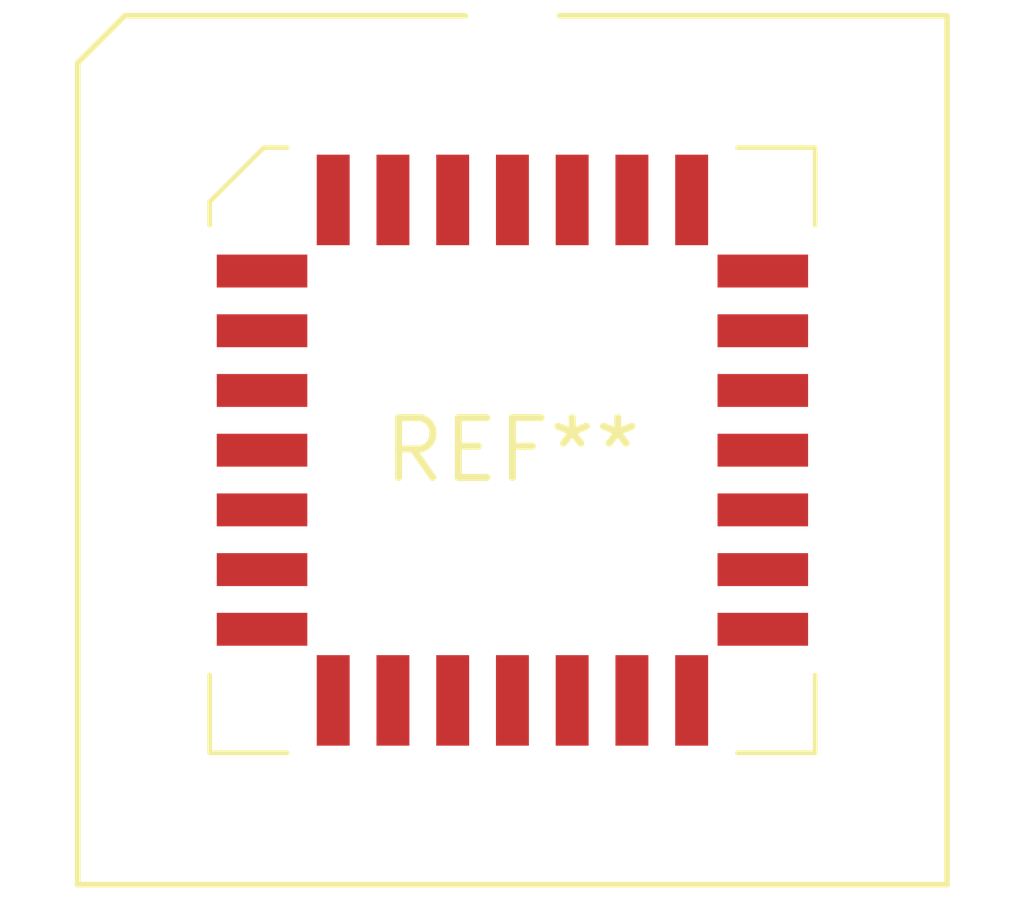
<source format=kicad_pcb>
(kicad_pcb (version 20240108) (generator pcbnew)
  (layers (0 "F.Cu" signal) (31 "B.Cu" signal) (34 "B.Paste" user) (35 "F.Paste" user) (36 "B.SilkS" user "B.Silkscreen") (37 "F.SilkS" user "F.Silkscreen") (38 "B.Mask" user) (39 "F.Mask" user) (44 "Edge.Cuts" user))
  (net 0 "")
  (footprint "PLCC-28_SMD-Socket" (layer "F.Cu") (at 0 0)
    (property "Reference" "REF**")
    (property "Value" "PLCC-28_SMD-Socket")
    (fp_line (start -9.24 -8.24) (end -9.24 9.24) (layer "F.SilkS") (stroke (width 0.12)))
    (fp_line (start -9.24 9.24) (end 9.24 9.24) (layer "F.SilkS") (stroke (width 0.12)))
    (fp_line (start -8.24 -9.24) (end -9.24 -8.24) (layer "F.SilkS") (stroke (width 0.12)))
    (fp_line (start -6.435 -5.285) (end -6.435 -4.785) (layer "F.SilkS") (stroke (width 0.1)))
    (fp_line (start -6.435 6.435) (end -6.435 4.785) (layer "F.SilkS") (stroke (width 0.1)))
    (fp_line (start -5.285 -6.435) (end -6.435 -5.285) (layer "F.SilkS") (stroke (width 0.1)))
    (fp_line (start -4.785 -6.435) (end -5.285 -6.435) (layer "F.SilkS") (stroke (width 0.1)))
    (fp_line (start -4.785 6.435) (end -6.435 6.435) (layer "F.SilkS") (stroke (width 0.1)))
    (fp_line (start -1 -9.24) (end -8.24 -9.24) (layer "F.SilkS") (stroke (width 0.12)))
    (fp_line (start 4.785 -6.435) (end 6.435 -6.435) (layer "F.SilkS") (stroke (width 0.1)))
    (fp_line (start 4.785 6.435) (end 6.435 6.435) (layer "F.SilkS") (stroke (width 0.1)))
    (fp_line (start 6.435 -6.435) (end 6.435 -4.785) (layer "F.SilkS") (stroke (width 0.1)))
    (fp_line (start 6.435 6.435) (end 6.435 4.785) (layer "F.SilkS") (stroke (width 0.1)))
    (fp_line (start 9.24 -9.24) (end 1 -9.24) (layer "F.SilkS") (stroke (width 0.12)))
    (fp_line (start 9.24 9.24) (end 9.24 -9.24) (layer "F.SilkS") (stroke (width 0.12)))
    (pad "1" smd rect (at 0 -5.3225) (size 0.7 1.925) (layers "F.Cu" "F.Paste" "F.Mask"))
    (pad "2" smd rect (at -1.27 -5.3225) (size 0.7 1.925) (layers "F.Cu" "F.Paste" "F.Mask"))
    (pad "3" smd rect (at -2.54 -5.3225) (size 0.7 1.925) (layers "F.Cu" "F.Paste" "F.Mask"))
    (pad "4" smd rect (at -3.81 -5.3225) (size 0.7 1.925) (layers "F.Cu" "F.Paste" "F.Mask"))
    (pad "5" smd rect (at -5.3225 -3.81) (size 1.925 0.7) (layers "F.Cu" "F.Paste" "F.Mask"))
    (pad "6" smd rect (at -5.3225 -2.54) (size 1.925 0.7) (layers "F.Cu" "F.Paste" "F.Mask"))
    (pad "7" smd rect (at -5.3225 -1.27) (size 1.925 0.7) (layers "F.Cu" "F.Paste" "F.Mask"))
    (pad "8" smd rect (at -5.3225 0) (size 1.925 0.7) (layers "F.Cu" "F.Paste" "F.Mask"))
    (pad "9" smd rect (at -5.3225 1.27) (size 1.925 0.7) (layers "F.Cu" "F.Paste" "F.Mask"))
    (pad "10" smd rect (at -5.3225 2.54) (size 1.925 0.7) (layers "F.Cu" "F.Paste" "F.Mask"))
    (pad "11" smd rect (at -5.3225 3.81) (size 1.925 0.7) (layers "F.Cu" "F.Paste" "F.Mask"))
    (pad "12" smd rect (at -3.81 5.3225) (size 0.7 1.925) (layers "F.Cu" "F.Paste" "F.Mask"))
    (pad "13" smd rect (at -2.54 5.3225) (size 0.7 1.925) (layers "F.Cu" "F.Paste" "F.Mask"))
    (pad "14" smd rect (at -1.27 5.3225) (size 0.7 1.925) (layers "F.Cu" "F.Paste" "F.Mask"))
    (pad "15" smd rect (at 0 5.3225) (size 0.7 1.925) (layers "F.Cu" "F.Paste" "F.Mask"))
    (pad "16" smd rect (at 1.27 5.3225) (size 0.7 1.925) (layers "F.Cu" "F.Paste" "F.Mask"))
    (pad "17" smd rect (at 2.54 5.3225) (size 0.7 1.925) (layers "F.Cu" "F.Paste" "F.Mask"))
    (pad "18" smd rect (at 3.81 5.3225) (size 0.7 1.925) (layers "F.Cu" "F.Paste" "F.Mask"))
    (pad "19" smd rect (at 5.3225 3.81) (size 1.925 0.7) (layers "F.Cu" "F.Paste" "F.Mask"))
    (pad "20" smd rect (at 5.3225 2.54) (size 1.925 0.7) (layers "F.Cu" "F.Paste" "F.Mask"))
    (pad "21" smd rect (at 5.3225 1.27) (size 1.925 0.7) (layers "F.Cu" "F.Paste" "F.Mask"))
    (pad "22" smd rect (at 5.3225 0) (size 1.925 0.7) (layers "F.Cu" "F.Paste" "F.Mask"))
    (pad "23" smd rect (at 5.3225 -1.27) (size 1.925 0.7) (layers "F.Cu" "F.Paste" "F.Mask"))
    (pad "24" smd rect (at 5.3225 -2.54) (size 1.925 0.7) (layers "F.Cu" "F.Paste" "F.Mask"))
    (pad "25" smd rect (at 5.3225 -3.81) (size 1.925 0.7) (layers "F.Cu" "F.Paste" "F.Mask"))
    (pad "26" smd rect (at 3.81 -5.3225) (size 0.7 1.925) (layers "F.Cu" "F.Paste" "F.Mask"))
    (pad "27" smd rect (at 2.54 -5.3225) (size 0.7 1.925) (layers "F.Cu" "F.Paste" "F.Mask"))
    (pad "28" smd rect (at 1.27 -5.3225) (size 0.7 1.925) (layers "F.Cu" "F.Paste" "F.Mask"))
  )
)
</source>
